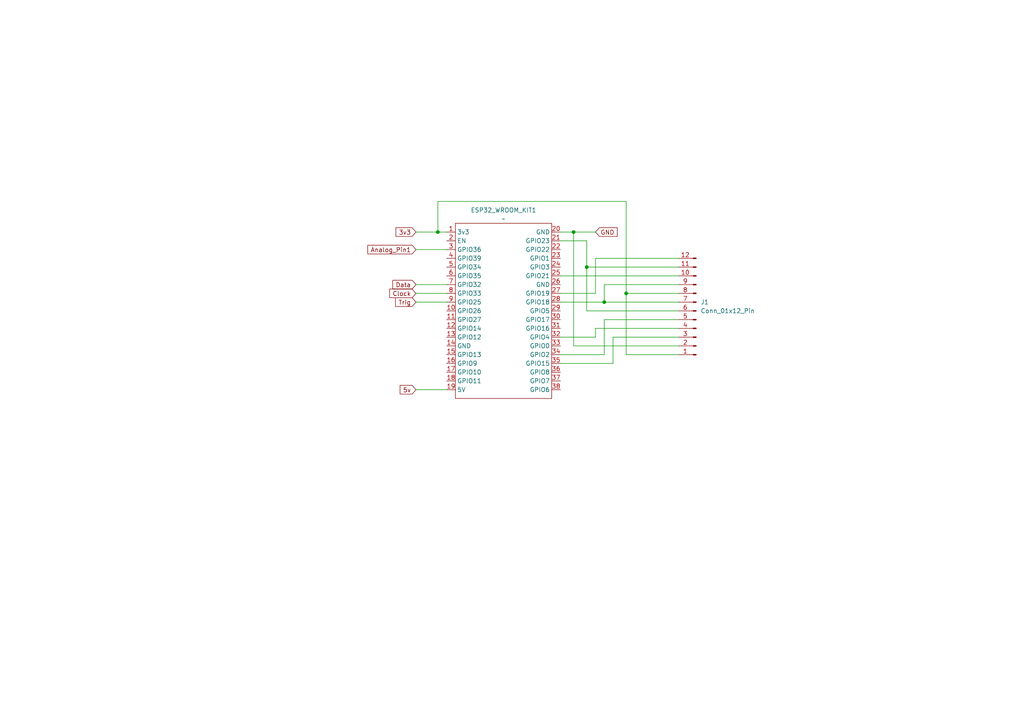
<source format=kicad_sch>
(kicad_sch (version 20231120) (generator "eeschema") (generator_version "8.0")
  (paper "A4")
  (title_block (title "Carte electronique Exodus") (company "Fablab"))
  (lib_symbols
    (symbol "Connector:Conn_01x12_Pin" (pin_names (offset 1.016) hide)
      (property "Reference" "J" (at 0 15.24 0))
      (property "Value" "Conn_01x12_Pin" (at 0 -17.78 0))
      (symbol "Conn_01x12_Pin_1_1"
        (polyline (pts (xy 1.27 -15.24) (xy 0.8636 -15.24)) (stroke (width 0.1524)))
        (polyline (pts (xy 1.27 -12.7) (xy 0.8636 -12.7)) (stroke (width 0.1524)))
        (polyline (pts (xy 1.27 -10.16) (xy 0.8636 -10.16)) (stroke (width 0.1524)))
        (polyline (pts (xy 1.27 -7.62) (xy 0.8636 -7.62)) (stroke (width 0.1524)))
        (polyline (pts (xy 1.27 -5.08) (xy 0.8636 -5.08)) (stroke (width 0.1524)))
        (polyline (pts (xy 1.27 -2.54) (xy 0.8636 -2.54)) (stroke (width 0.1524)))
        (polyline (pts (xy 1.27 0) (xy 0.8636 0)) (stroke (width 0.1524)))
        (polyline (pts (xy 1.27 2.54) (xy 0.8636 2.54)) (stroke (width 0.1524)))
        (polyline (pts (xy 1.27 5.08) (xy 0.8636 5.08)) (stroke (width 0.1524)))
        (polyline (pts (xy 1.27 7.62) (xy 0.8636 7.62)) (stroke (width 0.1524)))
        (polyline (pts (xy 1.27 10.16) (xy 0.8636 10.16)) (stroke (width 0.1524)))
        (polyline (pts (xy 1.27 12.7) (xy 0.8636 12.7)) (stroke (width 0.1524)))
        (rectangle (start 0.8636 -15.113) (end 0 -15.367) (stroke (width 0.1524)) (fill (type outline)))
        (rectangle (start 0.8636 -12.573) (end 0 -12.827) (stroke (width 0.1524)) (fill (type outline)))
        (rectangle (start 0.8636 -10.033) (end 0 -10.287) (stroke (width 0.1524)) (fill (type outline)))
        (rectangle (start 0.8636 -7.493) (end 0 -7.747) (stroke (width 0.1524)) (fill (type outline)))
        (rectangle (start 0.8636 -4.953) (end 0 -5.207) (stroke (width 0.1524)) (fill (type outline)))
        (rectangle (start 0.8636 -2.413) (end 0 -2.667) (stroke (width 0.1524)) (fill (type outline)))
        (rectangle (start 0.8636 0.127) (end 0 -0.127) (stroke (width 0.1524)) (fill (type outline)))
        (rectangle (start 0.8636 2.667) (end 0 2.413) (stroke (width 0.1524)) (fill (type outline)))
        (rectangle (start 0.8636 5.207) (end 0 4.953) (stroke (width 0.1524)) (fill (type outline)))
        (rectangle (start 0.8636 7.747) (end 0 7.493) (stroke (width 0.1524)) (fill (type outline)))
        (rectangle (start 0.8636 10.287) (end 0 10.033) (stroke (width 0.1524)) (fill (type outline)))
        (rectangle (start 0.8636 12.827) (end 0 12.573) (stroke (width 0.1524)) (fill (type outline)))
        (pin passive line (at 5.08 12.7 180) (length 3.81) (name "Pin_1") (number "1"))
        (pin passive line (at 5.08 -10.16 180) (length 3.81) (name "Pin_10") (number "10"))
        (pin passive line (at 5.08 -12.7 180) (length 3.81) (name "Pin_11") (number "11"))
        (pin passive line (at 5.08 -15.24 180) (length 3.81) (name "Pin_12") (number "12"))
        (pin passive line (at 5.08 10.16 180) (length 3.81) (name "Pin_2") (number "2"))
        (pin passive line (at 5.08 7.62 180) (length 3.81) (name "Pin_3") (number "3"))
        (pin passive line (at 5.08 5.08 180) (length 3.81) (name "Pin_4") (number "4"))
        (pin passive line (at 5.08 2.54 180) (length 3.81) (name "Pin_5") (number "5"))
        (pin passive line (at 5.08 0 180) (length 3.81) (name "Pin_6") (number "6"))
        (pin passive line (at 5.08 -2.54 180) (length 3.81) (name "Pin_7") (number "7"))
        (pin passive line (at 5.08 -5.08 180) (length 3.81) (name "Pin_8") (number "8"))
        (pin passive line (at 5.08 -7.62 180) (length 3.81) (name "Pin_9") (number "9"))
      )
    )
    (symbol "MyEsp32_Library:Esp32_38pin"
      (property "Reference" "ESP32_WROOM_KIT" (at 0.254 14.478 0))
      (symbol "Esp32_38pin_0_1"
        (rectangle (start -13.97 12.7) (end 13.97 -38.1))
      )
      (symbol "Esp32_38pin_1_1"
        (pin power_in line (at -16.51 10.16 0) (length 2.54) (name "3v3") (number "1"))
        (pin bidirectional line (at -16.51 -12.7 0) (length 2.54) (name "GPIO26") (number "10"))
        (pin bidirectional line (at -16.51 -15.24 0) (length 2.54) (name "GPIO27") (number "11"))
        (pin bidirectional line (at -16.51 -17.78 0) (length 2.54) (name "GPIO14") (number "12"))
        (pin bidirectional line (at -16.51 -20.32 0) (length 2.54) (name "GPIO12") (number "13"))
        (pin power_out line (at -16.51 -22.86 0) (length 2.54) (name "GND") (number "14"))
        (pin bidirectional line (at -16.51 -25.4 0) (length 2.54) (name "GPIO13") (number "15"))
        (pin bidirectional line (at -16.51 -27.94 0) (length 2.54) (name "GPIO9") (number "16"))
        (pin bidirectional line (at -16.51 -30.48 0) (length 2.54) (name "GPIO10") (number "17"))
        (pin bidirectional line (at -16.51 -33.02 0) (length 2.54) (name "GPIO11") (number "18"))
        (pin power_in line (at -16.51 -35.56 0) (length 2.54) (name "5V") (number "19"))
        (pin unspecified line (at -16.51 7.62 0) (length 2.54) (name "EN") (number "2"))
        (pin power_out line (at 16.51 10.16 180) (length 2.54) (name "GND") (number "20"))
        (pin bidirectional line (at 16.51 7.62 180) (length 2.54) (name "GPIO23") (number "21"))
        (pin bidirectional line (at 16.51 5.08 180) (length 2.54) (name "GPIO22") (number "22"))
        (pin bidirectional line (at 16.51 2.54 180) (length 2.54) (name "GPIO1") (number "23"))
        (pin bidirectional line (at 16.51 0 180) (length 2.54) (name "GPIO3") (number "24"))
        (pin bidirectional line (at 16.51 -2.54 180) (length 2.54) (name "GPIO21") (number "25"))
        (pin power_out line (at 16.51 -5.08 180) (length 2.54) (name "GND") (number "26"))
        (pin bidirectional line (at 16.51 -7.62 180) (length 2.54) (name "GPIO19") (number "27"))
        (pin bidirectional line (at 16.51 -10.16 180) (length 2.54) (name "GPIO18") (number "28"))
        (pin bidirectional line (at 16.51 -12.7 180) (length 2.54) (name "GPIO5") (number "29"))
        (pin input line (at -16.51 5.08 0) (length 2.54) (name "GPIO36") (number "3"))
        (pin bidirectional line (at 16.51 -15.24 180) (length 2.54) (name "GPIO17") (number "30"))
        (pin bidirectional line (at 16.51 -17.78 180) (length 2.54) (name "GPIO16") (number "31"))
        (pin bidirectional line (at 16.51 -20.32 180) (length 2.54) (name "GPIO4") (number "32"))
        (pin bidirectional line (at 16.51 -22.86 180) (length 2.54) (name "GPIO0") (number "33"))
        (pin bidirectional line (at 16.51 -25.4 180) (length 2.54) (name "GPIO2") (number "34"))
        (pin bidirectional line (at 16.51 -27.94 180) (length 2.54) (name "GPIO15") (number "35"))
        (pin bidirectional line (at 16.51 -30.48 180) (length 2.54) (name "GPIO8") (number "36"))
        (pin bidirectional line (at 16.51 -33.02 180) (length 2.54) (name "GPIO7") (number "37"))
        (pin bidirectional line (at 16.51 -35.56 180) (length 2.54) (name "GPIO6") (number "38"))
        (pin input line (at -16.51 2.54 0) (length 2.54) (name "GPIO39") (number "4"))
        (pin input line (at -16.51 0 0) (length 2.54) (name "GPIO34") (number "5"))
        (pin input line (at -16.51 -2.54 0) (length 2.54) (name "GPIO35") (number "6"))
        (pin bidirectional line (at -16.51 -5.08 0) (length 2.54) (name "GPIO32") (number "7"))
        (pin bidirectional line (at -16.51 -7.62 0) (length 2.54) (name "GPIO33") (number "8"))
        (pin bidirectional line (at -16.51 -10.16 0) (length 2.54) (name "GPIO25") (number "9"))
      )
    )
  )
  (junction (at 166.37 67.31))
  (junction (at 181.61 85.09))
  (junction (at 127 67.31))
  (junction (at 175.26 87.63))
  (junction (at 170.18 77.47))
  (wire (pts (xy 170.18 69.85) (xy 170.18 77.47)))
  (wire (pts (xy 196.85 100.33) (xy 166.37 100.33)))
  (wire (pts (xy 181.61 85.09) (xy 181.61 58.42)))
  (wire (pts (xy 175.26 92.71) (xy 175.26 102.87)))
  (wire (pts (xy 170.18 77.47) (xy 196.85 77.47)))
  (wire (pts (xy 175.26 87.63) (xy 196.85 87.63)))
  (wire (pts (xy 172.72 95.25) (xy 196.85 95.25)))
  (wire (pts (xy 196.85 97.79) (xy 177.8 97.79)))
  (wire (pts (xy 162.56 67.31) (xy 166.37 67.31)))
  (wire (pts (xy 120.65 87.63) (xy 129.54 87.63)))
  (wire (pts (xy 181.61 58.42) (xy 127 58.42)))
  (wire (pts (xy 170.18 90.17) (xy 170.18 77.47)))
  (wire (pts (xy 120.65 82.55) (xy 129.54 82.55)))
  (wire (pts (xy 166.37 67.31) (xy 172.72 67.31)))
  (wire (pts (xy 175.26 87.63) (xy 162.56 87.63)))
  (wire (pts (xy 196.85 85.09) (xy 181.61 85.09)))
  (wire (pts (xy 162.56 69.85) (xy 170.18 69.85)))
  (wire (pts (xy 172.72 97.79) (xy 172.72 95.25)))
  (wire (pts (xy 196.85 74.93) (xy 172.72 74.93)))
  (wire (pts (xy 175.26 102.87) (xy 162.56 102.87)))
  (wire (pts (xy 196.85 90.17) (xy 170.18 90.17)))
  (wire (pts (xy 181.61 85.09) (xy 181.61 102.87)))
  (wire (pts (xy 177.8 105.41) (xy 162.56 105.41)))
  (wire (pts (xy 127 58.42) (xy 127 67.31)))
  (wire (pts (xy 127 67.31) (xy 129.54 67.31)))
  (wire (pts (xy 162.56 97.79) (xy 172.72 97.79)))
  (wire (pts (xy 166.37 100.33) (xy 166.37 67.31)))
  (wire (pts (xy 175.26 82.55) (xy 175.26 87.63)))
  (wire (pts (xy 177.8 97.79) (xy 177.8 105.41)))
  (wire (pts (xy 172.72 74.93) (xy 172.72 85.09)))
  (wire (pts (xy 196.85 92.71) (xy 175.26 92.71)))
  (wire (pts (xy 120.65 85.09) (xy 129.54 85.09)))
  (wire (pts (xy 172.72 85.09) (xy 162.56 85.09)))
  (wire (pts (xy 120.65 72.39) (xy 129.54 72.39)))
  (wire (pts (xy 181.61 102.87) (xy 196.85 102.87)))
  (wire (pts (xy 120.65 113.03) (xy 129.54 113.03)))
  (wire (pts (xy 196.85 82.55) (xy 175.26 82.55)))
  (wire (pts (xy 120.65 67.31) (xy 127 67.31)))
  (wire (pts (xy 162.56 80.01) (xy 196.85 80.01)))
  (global_label "Clock" (shape input) (at 120.65 85.09 180) (property "Intersheetrefs" "${INTERSHEET_REFS}" (effects (hide yes))))
  (global_label "3v3" (shape input) (at 120.65 67.31 180) (property "Intersheetrefs" "${INTERSHEET_REFS}" (effects (hide yes))))
  (global_label "Data" (shape input) (at 120.65 82.55 180) (property "Intersheetrefs" "${INTERSHEET_REFS}" (effects (hide yes))))
  (global_label "GND" (shape input) (at 172.72 67.31 0) (property "Intersheetrefs" "${INTERSHEET_REFS}" (effects (hide yes))))
  (global_label "Analog_Pin1" (shape input) (at 120.65 72.39 180) (property "Intersheetrefs" "${INTERSHEET_REFS}" (effects (hide yes))))
  (global_label "5v" (shape input) (at 120.65 113.03 180) (property "Intersheetrefs" "${INTERSHEET_REFS}" (effects (hide yes))))
  (global_label "Trig" (shape input) (at 120.65 87.63 180) (property "Intersheetrefs" "${INTERSHEET_REFS}" (effects (hide yes))))
  (symbol (lib_id "MyEsp32_Library:Esp32_38pin") (at 146.05 77.47 0) (unit 1)
    (property "Reference" "ESP32_WROOM_KIT1" (at 146.05 60.96 0))
    (property "Value" "~" (at 146.05 63.5 0))
    (property "Footprint" "MyEsp32Library:Esp32_Wroom32_DevKit" (effects (hide yes)))
  )
  (symbol (lib_id "Connector:Conn_01x12_Pin") (at 201.93 90.17 180) (unit 1)
    (property "Reference" "J1" (at 203.2 87.6299 0) (effects (justify right)))
    (property "Value" "Conn_01x12_Pin" (at 203.2 90.1699 0) (effects (justify right)))
    (property "Footprint" "Connector_PinHeader_2.54mm:PinHeader_1x12_P2.54mm_Horizontal" (effects (hide yes)))
    (property "Description" "Generic connector, single row, 01x12, script generated" (effects (hide yes)))
  )
)
</source>
